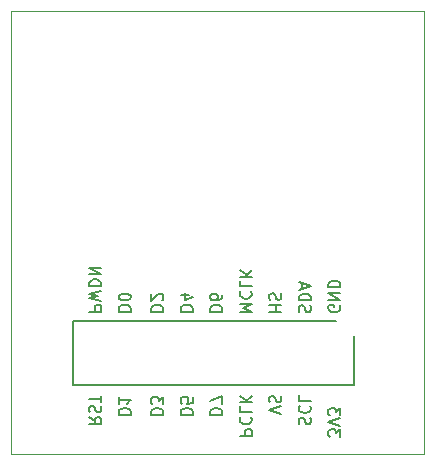
<source format=gbr>
%TF.GenerationSoftware,KiCad,Pcbnew,8.0.8*%
%TF.CreationDate,2025-03-28T17:24:47+01:00*%
%TF.ProjectId,mcu,6d63752e-6b69-4636-9164-5f7063625858,rev?*%
%TF.SameCoordinates,PX47868c0PY8583b00*%
%TF.FileFunction,Legend,Bot*%
%TF.FilePolarity,Positive*%
%FSLAX46Y46*%
G04 Gerber Fmt 4.6, Leading zero omitted, Abs format (unit mm)*
G04 Created by KiCad (PCBNEW 8.0.8) date 2025-03-28 17:24:47*
%MOMM*%
%LPD*%
G01*
G04 APERTURE LIST*
%ADD10C,0.100000*%
%ADD11C,0.150000*%
%ADD12C,0.200000*%
G04 APERTURE END LIST*
D10*
X30500000Y62500000D02*
X65500000Y62500000D01*
X65500000Y25000000D01*
X30500000Y25000000D01*
X30500000Y62500000D01*
D11*
X49880180Y37086780D02*
X50880180Y37086780D01*
X50880180Y37086780D02*
X50165895Y37420113D01*
X50165895Y37420113D02*
X50880180Y37753446D01*
X50880180Y37753446D02*
X49880180Y37753446D01*
X49975419Y38801065D02*
X49927800Y38753446D01*
X49927800Y38753446D02*
X49880180Y38610589D01*
X49880180Y38610589D02*
X49880180Y38515351D01*
X49880180Y38515351D02*
X49927800Y38372494D01*
X49927800Y38372494D02*
X50023038Y38277256D01*
X50023038Y38277256D02*
X50118276Y38229637D01*
X50118276Y38229637D02*
X50308752Y38182018D01*
X50308752Y38182018D02*
X50451609Y38182018D01*
X50451609Y38182018D02*
X50642085Y38229637D01*
X50642085Y38229637D02*
X50737323Y38277256D01*
X50737323Y38277256D02*
X50832561Y38372494D01*
X50832561Y38372494D02*
X50880180Y38515351D01*
X50880180Y38515351D02*
X50880180Y38610589D01*
X50880180Y38610589D02*
X50832561Y38753446D01*
X50832561Y38753446D02*
X50784942Y38801065D01*
X49880180Y39705827D02*
X49880180Y39229637D01*
X49880180Y39229637D02*
X50880180Y39229637D01*
X49880180Y40039161D02*
X50880180Y40039161D01*
X49880180Y40610589D02*
X50451609Y40182018D01*
X50880180Y40610589D02*
X50308752Y40039161D01*
X42380180Y37086780D02*
X43380180Y37086780D01*
X43380180Y37086780D02*
X43380180Y37324875D01*
X43380180Y37324875D02*
X43332561Y37467732D01*
X43332561Y37467732D02*
X43237323Y37562970D01*
X43237323Y37562970D02*
X43142085Y37610589D01*
X43142085Y37610589D02*
X42951609Y37658208D01*
X42951609Y37658208D02*
X42808752Y37658208D01*
X42808752Y37658208D02*
X42618276Y37610589D01*
X42618276Y37610589D02*
X42523038Y37562970D01*
X42523038Y37562970D02*
X42427800Y37467732D01*
X42427800Y37467732D02*
X42380180Y37324875D01*
X42380180Y37324875D02*
X42380180Y37086780D01*
X43284942Y38039161D02*
X43332561Y38086780D01*
X43332561Y38086780D02*
X43380180Y38182018D01*
X43380180Y38182018D02*
X43380180Y38420113D01*
X43380180Y38420113D02*
X43332561Y38515351D01*
X43332561Y38515351D02*
X43284942Y38562970D01*
X43284942Y38562970D02*
X43189704Y38610589D01*
X43189704Y38610589D02*
X43094466Y38610589D01*
X43094466Y38610589D02*
X42951609Y38562970D01*
X42951609Y38562970D02*
X42380180Y37991542D01*
X42380180Y37991542D02*
X42380180Y38610589D01*
X47380180Y28336780D02*
X48380180Y28336780D01*
X48380180Y28336780D02*
X48380180Y28574875D01*
X48380180Y28574875D02*
X48332561Y28717732D01*
X48332561Y28717732D02*
X48237323Y28812970D01*
X48237323Y28812970D02*
X48142085Y28860589D01*
X48142085Y28860589D02*
X47951609Y28908208D01*
X47951609Y28908208D02*
X47808752Y28908208D01*
X47808752Y28908208D02*
X47618276Y28860589D01*
X47618276Y28860589D02*
X47523038Y28812970D01*
X47523038Y28812970D02*
X47427800Y28717732D01*
X47427800Y28717732D02*
X47380180Y28574875D01*
X47380180Y28574875D02*
X47380180Y28336780D01*
X48380180Y29241542D02*
X48380180Y29908208D01*
X48380180Y29908208D02*
X47380180Y29479637D01*
X52380180Y37086780D02*
X53380180Y37086780D01*
X52903990Y37086780D02*
X52903990Y37658208D01*
X52380180Y37658208D02*
X53380180Y37658208D01*
X52427800Y38086780D02*
X52380180Y38229637D01*
X52380180Y38229637D02*
X52380180Y38467732D01*
X52380180Y38467732D02*
X52427800Y38562970D01*
X52427800Y38562970D02*
X52475419Y38610589D01*
X52475419Y38610589D02*
X52570657Y38658208D01*
X52570657Y38658208D02*
X52665895Y38658208D01*
X52665895Y38658208D02*
X52761133Y38610589D01*
X52761133Y38610589D02*
X52808752Y38562970D01*
X52808752Y38562970D02*
X52856371Y38467732D01*
X52856371Y38467732D02*
X52903990Y38277256D01*
X52903990Y38277256D02*
X52951609Y38182018D01*
X52951609Y38182018D02*
X52999228Y38134399D01*
X52999228Y38134399D02*
X53094466Y38086780D01*
X53094466Y38086780D02*
X53189704Y38086780D01*
X53189704Y38086780D02*
X53284942Y38134399D01*
X53284942Y38134399D02*
X53332561Y38182018D01*
X53332561Y38182018D02*
X53380180Y38277256D01*
X53380180Y38277256D02*
X53380180Y38515351D01*
X53380180Y38515351D02*
X53332561Y38658208D01*
X53380180Y28443923D02*
X52380180Y28777256D01*
X52380180Y28777256D02*
X53380180Y29110589D01*
X52427800Y29396304D02*
X52380180Y29539161D01*
X52380180Y29539161D02*
X52380180Y29777256D01*
X52380180Y29777256D02*
X52427800Y29872494D01*
X52427800Y29872494D02*
X52475419Y29920113D01*
X52475419Y29920113D02*
X52570657Y29967732D01*
X52570657Y29967732D02*
X52665895Y29967732D01*
X52665895Y29967732D02*
X52761133Y29920113D01*
X52761133Y29920113D02*
X52808752Y29872494D01*
X52808752Y29872494D02*
X52856371Y29777256D01*
X52856371Y29777256D02*
X52903990Y29586780D01*
X52903990Y29586780D02*
X52951609Y29491542D01*
X52951609Y29491542D02*
X52999228Y29443923D01*
X52999228Y29443923D02*
X53094466Y29396304D01*
X53094466Y29396304D02*
X53189704Y29396304D01*
X53189704Y29396304D02*
X53284942Y29443923D01*
X53284942Y29443923D02*
X53332561Y29491542D01*
X53332561Y29491542D02*
X53380180Y29586780D01*
X53380180Y29586780D02*
X53380180Y29824875D01*
X53380180Y29824875D02*
X53332561Y29967732D01*
X37130180Y28158208D02*
X37606371Y27824875D01*
X37130180Y27586780D02*
X38130180Y27586780D01*
X38130180Y27586780D02*
X38130180Y27967732D01*
X38130180Y27967732D02*
X38082561Y28062970D01*
X38082561Y28062970D02*
X38034942Y28110589D01*
X38034942Y28110589D02*
X37939704Y28158208D01*
X37939704Y28158208D02*
X37796847Y28158208D01*
X37796847Y28158208D02*
X37701609Y28110589D01*
X37701609Y28110589D02*
X37653990Y28062970D01*
X37653990Y28062970D02*
X37606371Y27967732D01*
X37606371Y27967732D02*
X37606371Y27586780D01*
X37177800Y28539161D02*
X37130180Y28682018D01*
X37130180Y28682018D02*
X37130180Y28920113D01*
X37130180Y28920113D02*
X37177800Y29015351D01*
X37177800Y29015351D02*
X37225419Y29062970D01*
X37225419Y29062970D02*
X37320657Y29110589D01*
X37320657Y29110589D02*
X37415895Y29110589D01*
X37415895Y29110589D02*
X37511133Y29062970D01*
X37511133Y29062970D02*
X37558752Y29015351D01*
X37558752Y29015351D02*
X37606371Y28920113D01*
X37606371Y28920113D02*
X37653990Y28729637D01*
X37653990Y28729637D02*
X37701609Y28634399D01*
X37701609Y28634399D02*
X37749228Y28586780D01*
X37749228Y28586780D02*
X37844466Y28539161D01*
X37844466Y28539161D02*
X37939704Y28539161D01*
X37939704Y28539161D02*
X38034942Y28586780D01*
X38034942Y28586780D02*
X38082561Y28634399D01*
X38082561Y28634399D02*
X38130180Y28729637D01*
X38130180Y28729637D02*
X38130180Y28967732D01*
X38130180Y28967732D02*
X38082561Y29110589D01*
X38130180Y29396304D02*
X38130180Y29967732D01*
X37130180Y29682018D02*
X38130180Y29682018D01*
X39630180Y28336780D02*
X40630180Y28336780D01*
X40630180Y28336780D02*
X40630180Y28574875D01*
X40630180Y28574875D02*
X40582561Y28717732D01*
X40582561Y28717732D02*
X40487323Y28812970D01*
X40487323Y28812970D02*
X40392085Y28860589D01*
X40392085Y28860589D02*
X40201609Y28908208D01*
X40201609Y28908208D02*
X40058752Y28908208D01*
X40058752Y28908208D02*
X39868276Y28860589D01*
X39868276Y28860589D02*
X39773038Y28812970D01*
X39773038Y28812970D02*
X39677800Y28717732D01*
X39677800Y28717732D02*
X39630180Y28574875D01*
X39630180Y28574875D02*
X39630180Y28336780D01*
X39630180Y29860589D02*
X39630180Y29289161D01*
X39630180Y29574875D02*
X40630180Y29574875D01*
X40630180Y29574875D02*
X40487323Y29479637D01*
X40487323Y29479637D02*
X40392085Y29384399D01*
X40392085Y29384399D02*
X40344466Y29289161D01*
X37130180Y37086780D02*
X38130180Y37086780D01*
X38130180Y37086780D02*
X38130180Y37467732D01*
X38130180Y37467732D02*
X38082561Y37562970D01*
X38082561Y37562970D02*
X38034942Y37610589D01*
X38034942Y37610589D02*
X37939704Y37658208D01*
X37939704Y37658208D02*
X37796847Y37658208D01*
X37796847Y37658208D02*
X37701609Y37610589D01*
X37701609Y37610589D02*
X37653990Y37562970D01*
X37653990Y37562970D02*
X37606371Y37467732D01*
X37606371Y37467732D02*
X37606371Y37086780D01*
X38130180Y37991542D02*
X37130180Y38229637D01*
X37130180Y38229637D02*
X37844466Y38420113D01*
X37844466Y38420113D02*
X37130180Y38610589D01*
X37130180Y38610589D02*
X38130180Y38848684D01*
X37130180Y39229637D02*
X38130180Y39229637D01*
X38130180Y39229637D02*
X38130180Y39467732D01*
X38130180Y39467732D02*
X38082561Y39610589D01*
X38082561Y39610589D02*
X37987323Y39705827D01*
X37987323Y39705827D02*
X37892085Y39753446D01*
X37892085Y39753446D02*
X37701609Y39801065D01*
X37701609Y39801065D02*
X37558752Y39801065D01*
X37558752Y39801065D02*
X37368276Y39753446D01*
X37368276Y39753446D02*
X37273038Y39705827D01*
X37273038Y39705827D02*
X37177800Y39610589D01*
X37177800Y39610589D02*
X37130180Y39467732D01*
X37130180Y39467732D02*
X37130180Y39229637D01*
X37130180Y40229637D02*
X38130180Y40229637D01*
X38130180Y40229637D02*
X37130180Y40801065D01*
X37130180Y40801065D02*
X38130180Y40801065D01*
X58380180Y26491542D02*
X58380180Y27110589D01*
X58380180Y27110589D02*
X57999228Y26777256D01*
X57999228Y26777256D02*
X57999228Y26920113D01*
X57999228Y26920113D02*
X57951609Y27015351D01*
X57951609Y27015351D02*
X57903990Y27062970D01*
X57903990Y27062970D02*
X57808752Y27110589D01*
X57808752Y27110589D02*
X57570657Y27110589D01*
X57570657Y27110589D02*
X57475419Y27062970D01*
X57475419Y27062970D02*
X57427800Y27015351D01*
X57427800Y27015351D02*
X57380180Y26920113D01*
X57380180Y26920113D02*
X57380180Y26634399D01*
X57380180Y26634399D02*
X57427800Y26539161D01*
X57427800Y26539161D02*
X57475419Y26491542D01*
X58380180Y27396304D02*
X57380180Y27729637D01*
X57380180Y27729637D02*
X58380180Y28062970D01*
X58380180Y28301066D02*
X58380180Y28920113D01*
X58380180Y28920113D02*
X57999228Y28586780D01*
X57999228Y28586780D02*
X57999228Y28729637D01*
X57999228Y28729637D02*
X57951609Y28824875D01*
X57951609Y28824875D02*
X57903990Y28872494D01*
X57903990Y28872494D02*
X57808752Y28920113D01*
X57808752Y28920113D02*
X57570657Y28920113D01*
X57570657Y28920113D02*
X57475419Y28872494D01*
X57475419Y28872494D02*
X57427800Y28824875D01*
X57427800Y28824875D02*
X57380180Y28729637D01*
X57380180Y28729637D02*
X57380180Y28443923D01*
X57380180Y28443923D02*
X57427800Y28348685D01*
X57427800Y28348685D02*
X57475419Y28301066D01*
X44880180Y28336780D02*
X45880180Y28336780D01*
X45880180Y28336780D02*
X45880180Y28574875D01*
X45880180Y28574875D02*
X45832561Y28717732D01*
X45832561Y28717732D02*
X45737323Y28812970D01*
X45737323Y28812970D02*
X45642085Y28860589D01*
X45642085Y28860589D02*
X45451609Y28908208D01*
X45451609Y28908208D02*
X45308752Y28908208D01*
X45308752Y28908208D02*
X45118276Y28860589D01*
X45118276Y28860589D02*
X45023038Y28812970D01*
X45023038Y28812970D02*
X44927800Y28717732D01*
X44927800Y28717732D02*
X44880180Y28574875D01*
X44880180Y28574875D02*
X44880180Y28336780D01*
X45880180Y29812970D02*
X45880180Y29336780D01*
X45880180Y29336780D02*
X45403990Y29289161D01*
X45403990Y29289161D02*
X45451609Y29336780D01*
X45451609Y29336780D02*
X45499228Y29432018D01*
X45499228Y29432018D02*
X45499228Y29670113D01*
X45499228Y29670113D02*
X45451609Y29765351D01*
X45451609Y29765351D02*
X45403990Y29812970D01*
X45403990Y29812970D02*
X45308752Y29860589D01*
X45308752Y29860589D02*
X45070657Y29860589D01*
X45070657Y29860589D02*
X44975419Y29812970D01*
X44975419Y29812970D02*
X44927800Y29765351D01*
X44927800Y29765351D02*
X44880180Y29670113D01*
X44880180Y29670113D02*
X44880180Y29432018D01*
X44880180Y29432018D02*
X44927800Y29336780D01*
X44927800Y29336780D02*
X44975419Y29289161D01*
X47380180Y37086780D02*
X48380180Y37086780D01*
X48380180Y37086780D02*
X48380180Y37324875D01*
X48380180Y37324875D02*
X48332561Y37467732D01*
X48332561Y37467732D02*
X48237323Y37562970D01*
X48237323Y37562970D02*
X48142085Y37610589D01*
X48142085Y37610589D02*
X47951609Y37658208D01*
X47951609Y37658208D02*
X47808752Y37658208D01*
X47808752Y37658208D02*
X47618276Y37610589D01*
X47618276Y37610589D02*
X47523038Y37562970D01*
X47523038Y37562970D02*
X47427800Y37467732D01*
X47427800Y37467732D02*
X47380180Y37324875D01*
X47380180Y37324875D02*
X47380180Y37086780D01*
X48380180Y38515351D02*
X48380180Y38324875D01*
X48380180Y38324875D02*
X48332561Y38229637D01*
X48332561Y38229637D02*
X48284942Y38182018D01*
X48284942Y38182018D02*
X48142085Y38086780D01*
X48142085Y38086780D02*
X47951609Y38039161D01*
X47951609Y38039161D02*
X47570657Y38039161D01*
X47570657Y38039161D02*
X47475419Y38086780D01*
X47475419Y38086780D02*
X47427800Y38134399D01*
X47427800Y38134399D02*
X47380180Y38229637D01*
X47380180Y38229637D02*
X47380180Y38420113D01*
X47380180Y38420113D02*
X47427800Y38515351D01*
X47427800Y38515351D02*
X47475419Y38562970D01*
X47475419Y38562970D02*
X47570657Y38610589D01*
X47570657Y38610589D02*
X47808752Y38610589D01*
X47808752Y38610589D02*
X47903990Y38562970D01*
X47903990Y38562970D02*
X47951609Y38515351D01*
X47951609Y38515351D02*
X47999228Y38420113D01*
X47999228Y38420113D02*
X47999228Y38229637D01*
X47999228Y38229637D02*
X47951609Y38134399D01*
X47951609Y38134399D02*
X47903990Y38086780D01*
X47903990Y38086780D02*
X47808752Y38039161D01*
X58332561Y37610589D02*
X58380180Y37515351D01*
X58380180Y37515351D02*
X58380180Y37372494D01*
X58380180Y37372494D02*
X58332561Y37229637D01*
X58332561Y37229637D02*
X58237323Y37134399D01*
X58237323Y37134399D02*
X58142085Y37086780D01*
X58142085Y37086780D02*
X57951609Y37039161D01*
X57951609Y37039161D02*
X57808752Y37039161D01*
X57808752Y37039161D02*
X57618276Y37086780D01*
X57618276Y37086780D02*
X57523038Y37134399D01*
X57523038Y37134399D02*
X57427800Y37229637D01*
X57427800Y37229637D02*
X57380180Y37372494D01*
X57380180Y37372494D02*
X57380180Y37467732D01*
X57380180Y37467732D02*
X57427800Y37610589D01*
X57427800Y37610589D02*
X57475419Y37658208D01*
X57475419Y37658208D02*
X57808752Y37658208D01*
X57808752Y37658208D02*
X57808752Y37467732D01*
X57380180Y38086780D02*
X58380180Y38086780D01*
X58380180Y38086780D02*
X57380180Y38658208D01*
X57380180Y38658208D02*
X58380180Y38658208D01*
X57380180Y39134399D02*
X58380180Y39134399D01*
X58380180Y39134399D02*
X58380180Y39372494D01*
X58380180Y39372494D02*
X58332561Y39515351D01*
X58332561Y39515351D02*
X58237323Y39610589D01*
X58237323Y39610589D02*
X58142085Y39658208D01*
X58142085Y39658208D02*
X57951609Y39705827D01*
X57951609Y39705827D02*
X57808752Y39705827D01*
X57808752Y39705827D02*
X57618276Y39658208D01*
X57618276Y39658208D02*
X57523038Y39610589D01*
X57523038Y39610589D02*
X57427800Y39515351D01*
X57427800Y39515351D02*
X57380180Y39372494D01*
X57380180Y39372494D02*
X57380180Y39134399D01*
X42380180Y28336780D02*
X43380180Y28336780D01*
X43380180Y28336780D02*
X43380180Y28574875D01*
X43380180Y28574875D02*
X43332561Y28717732D01*
X43332561Y28717732D02*
X43237323Y28812970D01*
X43237323Y28812970D02*
X43142085Y28860589D01*
X43142085Y28860589D02*
X42951609Y28908208D01*
X42951609Y28908208D02*
X42808752Y28908208D01*
X42808752Y28908208D02*
X42618276Y28860589D01*
X42618276Y28860589D02*
X42523038Y28812970D01*
X42523038Y28812970D02*
X42427800Y28717732D01*
X42427800Y28717732D02*
X42380180Y28574875D01*
X42380180Y28574875D02*
X42380180Y28336780D01*
X43380180Y29241542D02*
X43380180Y29860589D01*
X43380180Y29860589D02*
X42999228Y29527256D01*
X42999228Y29527256D02*
X42999228Y29670113D01*
X42999228Y29670113D02*
X42951609Y29765351D01*
X42951609Y29765351D02*
X42903990Y29812970D01*
X42903990Y29812970D02*
X42808752Y29860589D01*
X42808752Y29860589D02*
X42570657Y29860589D01*
X42570657Y29860589D02*
X42475419Y29812970D01*
X42475419Y29812970D02*
X42427800Y29765351D01*
X42427800Y29765351D02*
X42380180Y29670113D01*
X42380180Y29670113D02*
X42380180Y29384399D01*
X42380180Y29384399D02*
X42427800Y29289161D01*
X42427800Y29289161D02*
X42475419Y29241542D01*
X54927800Y37039161D02*
X54880180Y37182018D01*
X54880180Y37182018D02*
X54880180Y37420113D01*
X54880180Y37420113D02*
X54927800Y37515351D01*
X54927800Y37515351D02*
X54975419Y37562970D01*
X54975419Y37562970D02*
X55070657Y37610589D01*
X55070657Y37610589D02*
X55165895Y37610589D01*
X55165895Y37610589D02*
X55261133Y37562970D01*
X55261133Y37562970D02*
X55308752Y37515351D01*
X55308752Y37515351D02*
X55356371Y37420113D01*
X55356371Y37420113D02*
X55403990Y37229637D01*
X55403990Y37229637D02*
X55451609Y37134399D01*
X55451609Y37134399D02*
X55499228Y37086780D01*
X55499228Y37086780D02*
X55594466Y37039161D01*
X55594466Y37039161D02*
X55689704Y37039161D01*
X55689704Y37039161D02*
X55784942Y37086780D01*
X55784942Y37086780D02*
X55832561Y37134399D01*
X55832561Y37134399D02*
X55880180Y37229637D01*
X55880180Y37229637D02*
X55880180Y37467732D01*
X55880180Y37467732D02*
X55832561Y37610589D01*
X54880180Y38039161D02*
X55880180Y38039161D01*
X55880180Y38039161D02*
X55880180Y38277256D01*
X55880180Y38277256D02*
X55832561Y38420113D01*
X55832561Y38420113D02*
X55737323Y38515351D01*
X55737323Y38515351D02*
X55642085Y38562970D01*
X55642085Y38562970D02*
X55451609Y38610589D01*
X55451609Y38610589D02*
X55308752Y38610589D01*
X55308752Y38610589D02*
X55118276Y38562970D01*
X55118276Y38562970D02*
X55023038Y38515351D01*
X55023038Y38515351D02*
X54927800Y38420113D01*
X54927800Y38420113D02*
X54880180Y38277256D01*
X54880180Y38277256D02*
X54880180Y38039161D01*
X55165895Y38991542D02*
X55165895Y39467732D01*
X54880180Y38896304D02*
X55880180Y39229637D01*
X55880180Y39229637D02*
X54880180Y39562970D01*
X44880180Y37086780D02*
X45880180Y37086780D01*
X45880180Y37086780D02*
X45880180Y37324875D01*
X45880180Y37324875D02*
X45832561Y37467732D01*
X45832561Y37467732D02*
X45737323Y37562970D01*
X45737323Y37562970D02*
X45642085Y37610589D01*
X45642085Y37610589D02*
X45451609Y37658208D01*
X45451609Y37658208D02*
X45308752Y37658208D01*
X45308752Y37658208D02*
X45118276Y37610589D01*
X45118276Y37610589D02*
X45023038Y37562970D01*
X45023038Y37562970D02*
X44927800Y37467732D01*
X44927800Y37467732D02*
X44880180Y37324875D01*
X44880180Y37324875D02*
X44880180Y37086780D01*
X45546847Y38515351D02*
X44880180Y38515351D01*
X45927800Y38277256D02*
X45213514Y38039161D01*
X45213514Y38039161D02*
X45213514Y38658208D01*
X54927800Y27539161D02*
X54880180Y27682018D01*
X54880180Y27682018D02*
X54880180Y27920113D01*
X54880180Y27920113D02*
X54927800Y28015351D01*
X54927800Y28015351D02*
X54975419Y28062970D01*
X54975419Y28062970D02*
X55070657Y28110589D01*
X55070657Y28110589D02*
X55165895Y28110589D01*
X55165895Y28110589D02*
X55261133Y28062970D01*
X55261133Y28062970D02*
X55308752Y28015351D01*
X55308752Y28015351D02*
X55356371Y27920113D01*
X55356371Y27920113D02*
X55403990Y27729637D01*
X55403990Y27729637D02*
X55451609Y27634399D01*
X55451609Y27634399D02*
X55499228Y27586780D01*
X55499228Y27586780D02*
X55594466Y27539161D01*
X55594466Y27539161D02*
X55689704Y27539161D01*
X55689704Y27539161D02*
X55784942Y27586780D01*
X55784942Y27586780D02*
X55832561Y27634399D01*
X55832561Y27634399D02*
X55880180Y27729637D01*
X55880180Y27729637D02*
X55880180Y27967732D01*
X55880180Y27967732D02*
X55832561Y28110589D01*
X54975419Y29110589D02*
X54927800Y29062970D01*
X54927800Y29062970D02*
X54880180Y28920113D01*
X54880180Y28920113D02*
X54880180Y28824875D01*
X54880180Y28824875D02*
X54927800Y28682018D01*
X54927800Y28682018D02*
X55023038Y28586780D01*
X55023038Y28586780D02*
X55118276Y28539161D01*
X55118276Y28539161D02*
X55308752Y28491542D01*
X55308752Y28491542D02*
X55451609Y28491542D01*
X55451609Y28491542D02*
X55642085Y28539161D01*
X55642085Y28539161D02*
X55737323Y28586780D01*
X55737323Y28586780D02*
X55832561Y28682018D01*
X55832561Y28682018D02*
X55880180Y28824875D01*
X55880180Y28824875D02*
X55880180Y28920113D01*
X55880180Y28920113D02*
X55832561Y29062970D01*
X55832561Y29062970D02*
X55784942Y29110589D01*
X54880180Y30015351D02*
X54880180Y29539161D01*
X54880180Y29539161D02*
X55880180Y29539161D01*
X49880180Y26586780D02*
X50880180Y26586780D01*
X50880180Y26586780D02*
X50880180Y26967732D01*
X50880180Y26967732D02*
X50832561Y27062970D01*
X50832561Y27062970D02*
X50784942Y27110589D01*
X50784942Y27110589D02*
X50689704Y27158208D01*
X50689704Y27158208D02*
X50546847Y27158208D01*
X50546847Y27158208D02*
X50451609Y27110589D01*
X50451609Y27110589D02*
X50403990Y27062970D01*
X50403990Y27062970D02*
X50356371Y26967732D01*
X50356371Y26967732D02*
X50356371Y26586780D01*
X49975419Y28158208D02*
X49927800Y28110589D01*
X49927800Y28110589D02*
X49880180Y27967732D01*
X49880180Y27967732D02*
X49880180Y27872494D01*
X49880180Y27872494D02*
X49927800Y27729637D01*
X49927800Y27729637D02*
X50023038Y27634399D01*
X50023038Y27634399D02*
X50118276Y27586780D01*
X50118276Y27586780D02*
X50308752Y27539161D01*
X50308752Y27539161D02*
X50451609Y27539161D01*
X50451609Y27539161D02*
X50642085Y27586780D01*
X50642085Y27586780D02*
X50737323Y27634399D01*
X50737323Y27634399D02*
X50832561Y27729637D01*
X50832561Y27729637D02*
X50880180Y27872494D01*
X50880180Y27872494D02*
X50880180Y27967732D01*
X50880180Y27967732D02*
X50832561Y28110589D01*
X50832561Y28110589D02*
X50784942Y28158208D01*
X49880180Y29062970D02*
X49880180Y28586780D01*
X49880180Y28586780D02*
X50880180Y28586780D01*
X49880180Y29396304D02*
X50880180Y29396304D01*
X49880180Y29967732D02*
X50451609Y29539161D01*
X50880180Y29967732D02*
X50308752Y29396304D01*
X39630180Y37086780D02*
X40630180Y37086780D01*
X40630180Y37086780D02*
X40630180Y37324875D01*
X40630180Y37324875D02*
X40582561Y37467732D01*
X40582561Y37467732D02*
X40487323Y37562970D01*
X40487323Y37562970D02*
X40392085Y37610589D01*
X40392085Y37610589D02*
X40201609Y37658208D01*
X40201609Y37658208D02*
X40058752Y37658208D01*
X40058752Y37658208D02*
X39868276Y37610589D01*
X39868276Y37610589D02*
X39773038Y37562970D01*
X39773038Y37562970D02*
X39677800Y37467732D01*
X39677800Y37467732D02*
X39630180Y37324875D01*
X39630180Y37324875D02*
X39630180Y37086780D01*
X40630180Y38277256D02*
X40630180Y38372494D01*
X40630180Y38372494D02*
X40582561Y38467732D01*
X40582561Y38467732D02*
X40534942Y38515351D01*
X40534942Y38515351D02*
X40439704Y38562970D01*
X40439704Y38562970D02*
X40249228Y38610589D01*
X40249228Y38610589D02*
X40011133Y38610589D01*
X40011133Y38610589D02*
X39820657Y38562970D01*
X39820657Y38562970D02*
X39725419Y38515351D01*
X39725419Y38515351D02*
X39677800Y38467732D01*
X39677800Y38467732D02*
X39630180Y38372494D01*
X39630180Y38372494D02*
X39630180Y38277256D01*
X39630180Y38277256D02*
X39677800Y38182018D01*
X39677800Y38182018D02*
X39725419Y38134399D01*
X39725419Y38134399D02*
X39820657Y38086780D01*
X39820657Y38086780D02*
X40011133Y38039161D01*
X40011133Y38039161D02*
X40249228Y38039161D01*
X40249228Y38039161D02*
X40439704Y38086780D01*
X40439704Y38086780D02*
X40534942Y38134399D01*
X40534942Y38134399D02*
X40582561Y38182018D01*
X40582561Y38182018D02*
X40630180Y38277256D01*
D12*
%TO.C,J4*%
X35771000Y36270000D02*
X58000000Y36270000D01*
X35771000Y30885000D02*
X35771000Y36270000D01*
X59520000Y35040000D02*
X59520000Y30885000D01*
X59520000Y30885000D02*
X35771000Y30885000D01*
%TD*%
M02*

</source>
